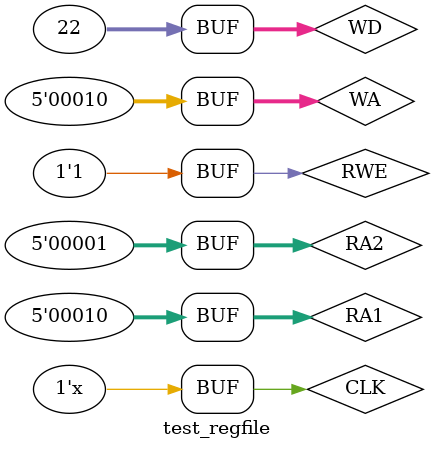
<source format=v>
`timescale 1ns/100ps
module test_regfile;
reg RWE;
reg CLK;
reg [4:0] WA,RA1,RA2;
wire [31:0] RD1,RD2;
reg [31:0] WD;
REGFILE uut(RWE,WA,WD,RA1,RA2,CLK,RD1,RD2);
initial begin
	#0
	CLK=0;
	RWE=1;
	#10
	RA1=4'b0001;RA2=4'b0010;
	WA=4'b0001;
	WD=32'd32;
	#10
	RA1=4'b0010;RA2=4'b0001;
	WA=4'b0010;
	WD=32'd22;
end
always #5 CLK=~CLK;

endmodule
</source>
